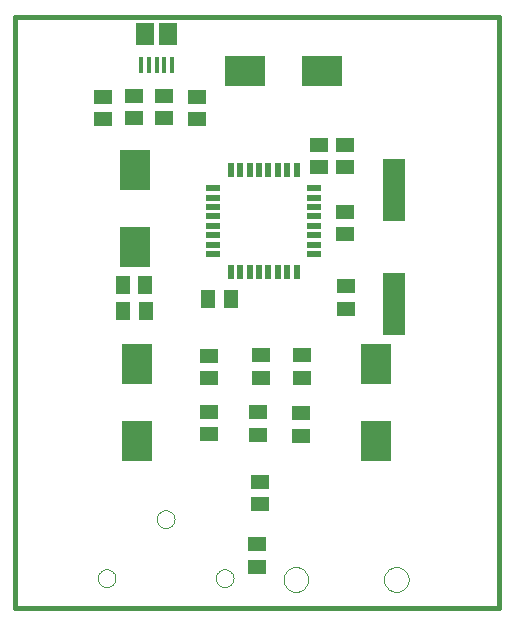
<source format=gtp>
G75*
%MOIN*%
%OFA0B0*%
%FSLAX24Y24*%
%IPPOS*%
%LPD*%
%AMOC8*
5,1,8,0,0,1.08239X$1,22.5*
%
%ADD10C,0.0160*%
%ADD11R,0.0220X0.0500*%
%ADD12R,0.0500X0.0220*%
%ADD13C,0.0000*%
%ADD14R,0.0157X0.0531*%
%ADD15R,0.0591X0.0748*%
%ADD16R,0.0630X0.0512*%
%ADD17R,0.0591X0.0512*%
%ADD18R,0.0512X0.0591*%
%ADD19R,0.0984X0.1378*%
%ADD20R,0.1378X0.0984*%
%ADD21R,0.0760X0.2100*%
D10*
X003629Y003256D02*
X019770Y003256D01*
X019770Y022941D01*
X003629Y022941D01*
X003629Y003256D01*
D11*
X010831Y014451D03*
X011146Y014451D03*
X011461Y014451D03*
X011776Y014451D03*
X012091Y014451D03*
X012406Y014451D03*
X012721Y014451D03*
X013036Y014451D03*
X013036Y017831D03*
X012721Y017831D03*
X012406Y017831D03*
X012091Y017831D03*
X011776Y017831D03*
X011461Y017831D03*
X011146Y017831D03*
X010831Y017831D03*
D12*
X010244Y017243D03*
X010244Y016928D03*
X010244Y016613D03*
X010244Y016298D03*
X010244Y015983D03*
X010244Y015668D03*
X010244Y015353D03*
X010244Y015038D03*
X013624Y015038D03*
X013624Y015353D03*
X013624Y015668D03*
X013624Y015983D03*
X013624Y016298D03*
X013624Y016613D03*
X013624Y016928D03*
X013624Y017243D03*
D13*
X008368Y006207D02*
X008370Y006241D01*
X008376Y006275D01*
X008386Y006308D01*
X008399Y006339D01*
X008417Y006369D01*
X008437Y006397D01*
X008461Y006422D01*
X008487Y006444D01*
X008515Y006462D01*
X008546Y006478D01*
X008578Y006490D01*
X008612Y006498D01*
X008646Y006502D01*
X008680Y006502D01*
X008714Y006498D01*
X008748Y006490D01*
X008780Y006478D01*
X008810Y006462D01*
X008839Y006444D01*
X008865Y006422D01*
X008889Y006397D01*
X008909Y006369D01*
X008927Y006339D01*
X008940Y006308D01*
X008950Y006275D01*
X008956Y006241D01*
X008958Y006207D01*
X008956Y006173D01*
X008950Y006139D01*
X008940Y006106D01*
X008927Y006075D01*
X008909Y006045D01*
X008889Y006017D01*
X008865Y005992D01*
X008839Y005970D01*
X008811Y005952D01*
X008780Y005936D01*
X008748Y005924D01*
X008714Y005916D01*
X008680Y005912D01*
X008646Y005912D01*
X008612Y005916D01*
X008578Y005924D01*
X008546Y005936D01*
X008515Y005952D01*
X008487Y005970D01*
X008461Y005992D01*
X008437Y006017D01*
X008417Y006045D01*
X008399Y006075D01*
X008386Y006106D01*
X008376Y006139D01*
X008370Y006173D01*
X008368Y006207D01*
X006399Y004239D02*
X006401Y004273D01*
X006407Y004307D01*
X006417Y004340D01*
X006430Y004371D01*
X006448Y004401D01*
X006468Y004429D01*
X006492Y004454D01*
X006518Y004476D01*
X006546Y004494D01*
X006577Y004510D01*
X006609Y004522D01*
X006643Y004530D01*
X006677Y004534D01*
X006711Y004534D01*
X006745Y004530D01*
X006779Y004522D01*
X006811Y004510D01*
X006841Y004494D01*
X006870Y004476D01*
X006896Y004454D01*
X006920Y004429D01*
X006940Y004401D01*
X006958Y004371D01*
X006971Y004340D01*
X006981Y004307D01*
X006987Y004273D01*
X006989Y004239D01*
X006987Y004205D01*
X006981Y004171D01*
X006971Y004138D01*
X006958Y004107D01*
X006940Y004077D01*
X006920Y004049D01*
X006896Y004024D01*
X006870Y004002D01*
X006842Y003984D01*
X006811Y003968D01*
X006779Y003956D01*
X006745Y003948D01*
X006711Y003944D01*
X006677Y003944D01*
X006643Y003948D01*
X006609Y003956D01*
X006577Y003968D01*
X006546Y003984D01*
X006518Y004002D01*
X006492Y004024D01*
X006468Y004049D01*
X006448Y004077D01*
X006430Y004107D01*
X006417Y004138D01*
X006407Y004171D01*
X006401Y004205D01*
X006399Y004239D01*
X010336Y004239D02*
X010338Y004273D01*
X010344Y004307D01*
X010354Y004340D01*
X010367Y004371D01*
X010385Y004401D01*
X010405Y004429D01*
X010429Y004454D01*
X010455Y004476D01*
X010483Y004494D01*
X010514Y004510D01*
X010546Y004522D01*
X010580Y004530D01*
X010614Y004534D01*
X010648Y004534D01*
X010682Y004530D01*
X010716Y004522D01*
X010748Y004510D01*
X010778Y004494D01*
X010807Y004476D01*
X010833Y004454D01*
X010857Y004429D01*
X010877Y004401D01*
X010895Y004371D01*
X010908Y004340D01*
X010918Y004307D01*
X010924Y004273D01*
X010926Y004239D01*
X010924Y004205D01*
X010918Y004171D01*
X010908Y004138D01*
X010895Y004107D01*
X010877Y004077D01*
X010857Y004049D01*
X010833Y004024D01*
X010807Y004002D01*
X010779Y003984D01*
X010748Y003968D01*
X010716Y003956D01*
X010682Y003948D01*
X010648Y003944D01*
X010614Y003944D01*
X010580Y003948D01*
X010546Y003956D01*
X010514Y003968D01*
X010483Y003984D01*
X010455Y004002D01*
X010429Y004024D01*
X010405Y004049D01*
X010385Y004077D01*
X010367Y004107D01*
X010354Y004138D01*
X010344Y004171D01*
X010338Y004205D01*
X010336Y004239D01*
X012592Y004195D02*
X012594Y004235D01*
X012600Y004276D01*
X012610Y004315D01*
X012623Y004353D01*
X012641Y004390D01*
X012662Y004424D01*
X012686Y004457D01*
X012713Y004487D01*
X012743Y004514D01*
X012776Y004538D01*
X012810Y004559D01*
X012847Y004577D01*
X012885Y004590D01*
X012924Y004600D01*
X012965Y004606D01*
X013005Y004608D01*
X013045Y004606D01*
X013086Y004600D01*
X013125Y004590D01*
X013163Y004577D01*
X013200Y004559D01*
X013234Y004538D01*
X013267Y004514D01*
X013297Y004487D01*
X013324Y004457D01*
X013348Y004424D01*
X013369Y004390D01*
X013387Y004353D01*
X013400Y004315D01*
X013410Y004276D01*
X013416Y004235D01*
X013418Y004195D01*
X013416Y004155D01*
X013410Y004114D01*
X013400Y004075D01*
X013387Y004037D01*
X013369Y004000D01*
X013348Y003966D01*
X013324Y003933D01*
X013297Y003903D01*
X013267Y003876D01*
X013234Y003852D01*
X013200Y003831D01*
X013163Y003813D01*
X013125Y003800D01*
X013086Y003790D01*
X013045Y003784D01*
X013005Y003782D01*
X012965Y003784D01*
X012924Y003790D01*
X012885Y003800D01*
X012847Y003813D01*
X012810Y003831D01*
X012776Y003852D01*
X012743Y003876D01*
X012713Y003903D01*
X012686Y003933D01*
X012662Y003966D01*
X012641Y004000D01*
X012623Y004037D01*
X012610Y004075D01*
X012600Y004114D01*
X012594Y004155D01*
X012592Y004195D01*
X015939Y004195D02*
X015941Y004235D01*
X015947Y004276D01*
X015957Y004315D01*
X015970Y004353D01*
X015988Y004390D01*
X016009Y004424D01*
X016033Y004457D01*
X016060Y004487D01*
X016090Y004514D01*
X016123Y004538D01*
X016157Y004559D01*
X016194Y004577D01*
X016232Y004590D01*
X016271Y004600D01*
X016312Y004606D01*
X016352Y004608D01*
X016392Y004606D01*
X016433Y004600D01*
X016472Y004590D01*
X016510Y004577D01*
X016547Y004559D01*
X016581Y004538D01*
X016614Y004514D01*
X016644Y004487D01*
X016671Y004457D01*
X016695Y004424D01*
X016716Y004390D01*
X016734Y004353D01*
X016747Y004315D01*
X016757Y004276D01*
X016763Y004235D01*
X016765Y004195D01*
X016763Y004155D01*
X016757Y004114D01*
X016747Y004075D01*
X016734Y004037D01*
X016716Y004000D01*
X016695Y003966D01*
X016671Y003933D01*
X016644Y003903D01*
X016614Y003876D01*
X016581Y003852D01*
X016547Y003831D01*
X016510Y003813D01*
X016472Y003800D01*
X016433Y003790D01*
X016392Y003784D01*
X016352Y003782D01*
X016312Y003784D01*
X016271Y003790D01*
X016232Y003800D01*
X016194Y003813D01*
X016157Y003831D01*
X016123Y003852D01*
X016090Y003876D01*
X016060Y003903D01*
X016033Y003933D01*
X016009Y003966D01*
X015988Y004000D01*
X015970Y004037D01*
X015957Y004075D01*
X015947Y004114D01*
X015941Y004155D01*
X015939Y004195D01*
D14*
X008875Y021337D03*
X008619Y021337D03*
X008364Y021337D03*
X008108Y021337D03*
X007852Y021337D03*
D15*
X007970Y022387D03*
X008757Y022391D03*
D16*
X008594Y020315D03*
X008594Y019567D03*
X007614Y019567D03*
X007614Y020315D03*
X006569Y020290D03*
X006569Y019542D03*
X011844Y011670D03*
X011844Y010922D03*
X011739Y009775D03*
X011739Y009027D03*
X011804Y007460D03*
X011804Y006712D03*
X011724Y005375D03*
X011724Y004627D03*
X013189Y008987D03*
X013189Y009735D03*
X010119Y009795D03*
X010119Y009047D03*
X014649Y015697D03*
X014649Y016445D03*
X013774Y017942D03*
X013774Y018690D03*
D17*
X014649Y018680D03*
X014649Y017932D03*
X014664Y013970D03*
X014664Y013222D03*
X013209Y011665D03*
X013209Y010917D03*
X010119Y010907D03*
X010119Y011655D03*
X009714Y019537D03*
X009714Y020285D03*
D18*
X007978Y014026D03*
X007230Y014026D03*
X007255Y013161D03*
X008003Y013161D03*
X010080Y013541D03*
X010828Y013541D03*
D19*
X007649Y015276D03*
X007649Y017835D03*
X007704Y011365D03*
X007704Y008806D03*
X015669Y008816D03*
X015669Y011375D03*
D20*
X013873Y021141D03*
X011314Y021141D03*
D21*
X016289Y017191D03*
X016289Y013391D03*
M02*

</source>
